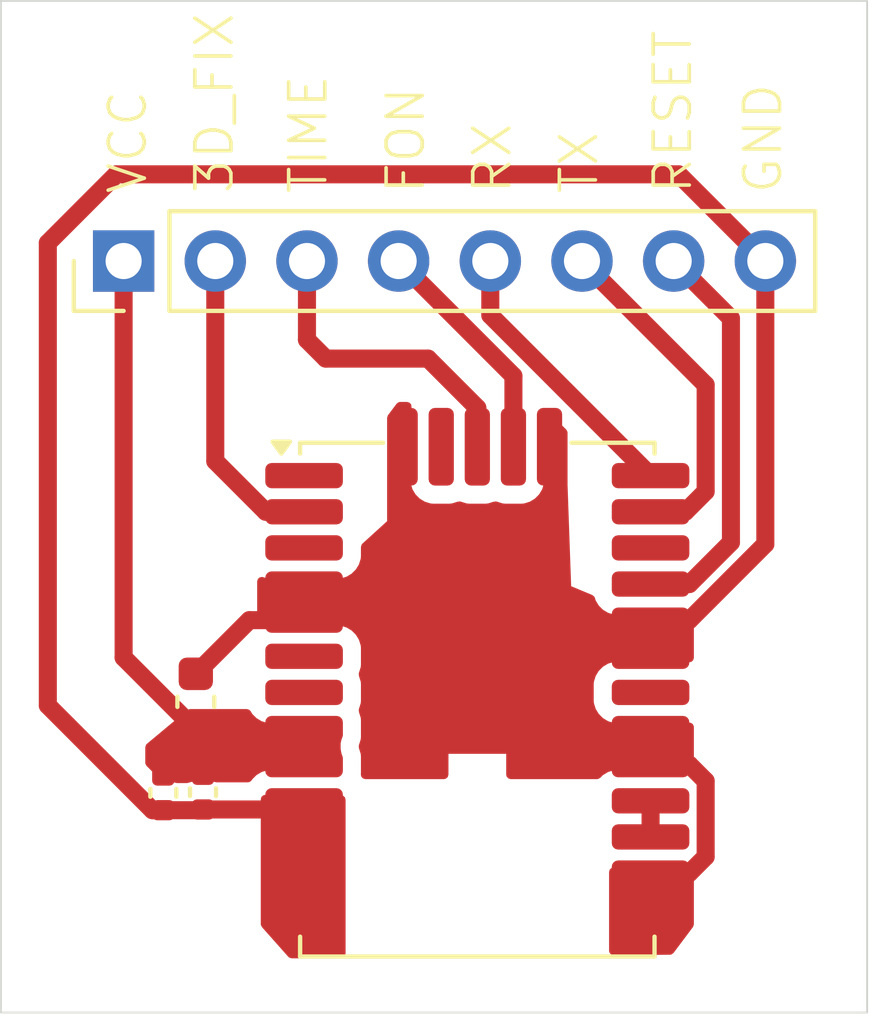
<source format=kicad_pcb>
(kicad_pcb (version 20241229) (generator "pcbnew") (generator_version "9.0")
  (layers (0 "F.Cu" signal) (2 "B.Cu" signal) (13 "F.Paste" user) (15 "B.Paste" user) (5 "F.SilkS" user "F.Silkscreen") (7 "B.SilkS" user "B.Silkscreen") (1 "F.Mask" user) (3 "B.Mask" user) (25 "Edge.Cuts" user))
  (net 0 "")
  (net 1 "GND")
  (net 2 "+3.3V")
  (net 3 "/GPS_FON")
  (net 4 "/GPS_TX")
  (net 5 "/{slash}RESET")
  (net 6 "/3D_FIX")
  (net 7 "/GPS_RX")
  (net 8 "/TIMEPULSE")
  (net 9 "Net-(U5-RF_IN)")
  (footprint "Capacitor_SMD:C_0402_1005Metric" (layer "F.Cu") (at 128.5 54.92 -90)
    (property "Reference" "C23" (hide yes))
    (property "Value" "1uF")
    (fp_line (start -0.107836 0.36) (end 0.107836 0.36) (stroke (width 0.12)) (layer "F.SilkS"))
    (fp_line (start -0.107836 -0.36) (end 0.107836 -0.36) (stroke (width 0.12)) (layer "F.SilkS"))
    (pad "1" smd roundrect (at -0.48 0 270) (size 0.56 0.62) (layers "F.Cu" "F.Mask" "F.Paste") (net 2 "+3.3V"))
    (pad "2" smd roundrect (at 0.48 0 270) (size 0.56 0.62) (layers "F.Cu" "F.Mask" "F.Paste") (net 1 "GND"))
  )
  (footprint "Capacitor_SMD:C_0402_1005Metric" (layer "F.Cu") (at 129.6 54.9 -90)
    (property "Reference" "C21" (hide yes))
    (property "Value" "0.1uF")
    (fp_line (start -0.107836 0.36) (end 0.107836 0.36) (stroke (width 0.12)) (layer "F.SilkS"))
    (fp_line (start -0.107836 -0.36) (end 0.107836 -0.36) (stroke (width 0.12)) (layer "F.SilkS"))
    (pad "1" smd roundrect (at -0.48 0 270) (size 0.56 0.62) (layers "F.Cu" "F.Mask" "F.Paste") (net 2 "+3.3V"))
    (pad "2" smd roundrect (at 0.48 0 270) (size 0.56 0.62) (layers "F.Cu" "F.Mask" "F.Paste") (net 1 "GND"))
  )
  (footprint "RF_GPS:Quectel_L96" (layer "F.Cu") (at 137.2 52.34)
    (property "Reference" "U5" (hide yes))
    (property "Value" "L96-M33")
    (fp_line (start -4.91 -7.11) (end -2.61 -7.11) (stroke (width 0.12)) (layer "F.SilkS"))
    (fp_line (start -4.91 -6.81) (end -4.91 -7.11) (stroke (width 0.12)) (layer "F.SilkS"))
    (fp_line (start -4.91 7.11) (end -4.91 6.56) (stroke (width 0.12)) (layer "F.SilkS"))
    (fp_line (start 2.61 -7.11) (end 4.91 -7.11) (stroke (width 0.12)) (layer "F.SilkS"))
    (fp_line (start 4.91 -7.11) (end 4.91 -6.81) (stroke (width 0.12)) (layer "F.SilkS"))
    (fp_line (start 4.91 7.11) (end -4.91 7.11) (stroke (width 0.12)) (layer "F.SilkS"))
    (fp_line (start 4.91 7.11) (end 4.91 6.56) (stroke (width 0.12)) (layer "F.SilkS"))
    (fp_poly (pts (xy -5.43 -6.81) (xy -5.67 -7.14) (xy -5.19 -7.14) (xy -5.43 -6.81)) (stroke (width 0.12)) (fill yes) (layer "F.SilkS"))
    (pad "1" smd roundrect (at -4.8 -6.2) (size 2.15 0.7) (layers "F.Cu" "F.Mask" "F.Paste"))
    (pad "2" smd roundrect (at -4.8 -5.2) (size 2.15 0.7) (layers "F.Cu" "F.Mask" "F.Paste") (net 6 "/3D_FIX"))
    (pad "3" smd roundrect (at -4.8 -4.2) (size 2.15 0.7) (layers "F.Cu" "F.Mask" "F.Paste"))
    (pad "4" smd roundrect (at -4.8 -3.2) (size 2.15 0.7) (layers "F.Cu" "F.Mask" "F.Paste") (net 1 "GND"))
    (pad "5" smd roundrect (at -4.8 -2.2) (size 2.15 0.7) (layers "F.Cu" "F.Mask" "F.Paste") (net 1 "GND"))
    (pad "6" smd roundrect (at -4.8 -1.2) (size 2.15 0.7) (layers "F.Cu" "F.Mask" "F.Paste"))
    (pad "7" smd roundrect (at -4.8 -0.2) (size 2.15 0.7) (layers "F.Cu" "F.Mask" "F.Paste"))
    (pad "8" smd roundrect (at -4.8 0.8) (size 2.15 0.7) (layers "F.Cu" "F.Mask" "F.Paste") (net 2 "+3.3V"))
    (pad "9" smd roundrect (at -4.8 1.8) (size 2.15 0.7) (layers "F.Cu" "F.Mask" "F.Paste") (net 2 "+3.3V"))
    (pad "10" smd roundrect (at -4.8 2.8) (size 2.15 0.7) (layers "F.Cu" "F.Mask" "F.Paste") (net 1 "GND"))
    (pad "11" smd roundrect (at -4.8 3.8) (size 2.15 0.7) (layers "F.Cu" "F.Mask" "F.Paste") (net 1 "GND"))
    (pad "12" smd roundrect (at -4.8 4.8) (size 2.15 0.7) (layers "F.Cu" "F.Mask" "F.Paste") (net 1 "GND"))
    (pad "13" smd roundrect (at -4.8 5.95) (size 2.15 0.7) (layers "F.Cu" "F.Mask" "F.Paste") (net 1 "GND"))
    (pad "14" smd roundrect (at 4.8 5.95) (size 2.15 0.7) (layers "F.Cu" "F.Mask" "F.Paste") (net 1 "GND"))
    (pad "15" smd roundrect (at 4.8 4.8) (size 2.15 0.7) (layers "F.Cu" "F.Mask" "F.Paste") (net 1 "GND"))
    (pad "16" smd roundrect (at 4.8 3.8) (size 2.15 0.7) (layers "F.Cu" "F.Mask" "F.Paste") (net 9 "Net-(U5-RF_IN)"))
    (pad "17" smd roundrect (at 4.8 2.8) (size 2.15 0.7) (layers "F.Cu" "F.Mask" "F.Paste") (net 9 "Net-(U5-RF_IN)"))
    (pad "18" smd roundrect (at 4.8 1.8) (size 2.15 0.7) (layers "F.Cu" "F.Mask" "F.Paste") (net 1 "GND"))
    (pad "19" smd roundrect (at 4.8 0.8) (size 2.15 0.7) (layers "F.Cu" "F.Mask" "F.Paste") (net 1 "GND"))
    (pad "20" smd roundrect (at 4.8 -0.2) (size 2.15 0.7) (layers "F.Cu" "F.Mask" "F.Paste"))
    (pad "21" smd roundrect (at 4.8 -1.2) (size 2.15 0.7) (layers "F.Cu" "F.Mask" "F.Paste") (net 1 "GND"))
    (pad "22" smd roundrect (at 4.8 -2.2) (size 2.15 0.7) (layers "F.Cu" "F.Mask" "F.Paste") (net 1 "GND"))
    (pad "23" smd roundrect (at 4.8 -3.2) (size 2.15 0.7) (layers "F.Cu" "F.Mask" "F.Paste") (net 5 "/{slash}RESET"))
    (pad "24" smd roundrect (at 4.8 -4.2) (size 2.15 0.7) (layers "F.Cu" "F.Mask" "F.Paste"))
    (pad "25" smd roundrect (at 4.8 -5.2) (size 2.15 0.7) (layers "F.Cu" "F.Mask" "F.Paste") (net 4 "/GPS_TX"))
    (pad "26" smd roundrect (at 4.8 -6.2) (size 2.15 0.7) (layers "F.Cu" "F.Mask" "F.Paste") (net 7 "/GPS_RX"))
    (pad "27" smd roundrect (at 2 -7 90) (size 2.15 0.7) (layers "F.Cu" "F.Mask" "F.Paste") (net 1 "GND"))
    (pad "28" smd roundrect (at 1 -7 90) (size 2.15 0.7) (layers "F.Cu" "F.Mask" "F.Paste") (net 3 "/GPS_FON"))
    (pad "29" smd roundrect (at 0 -7 90) (size 2.15 0.7) (layers "F.Cu" "F.Mask" "F.Paste") (net 8 "/TIMEPULSE"))
    (pad "30" smd roundrect (at -1 -7 90) (size 2.15 0.7) (layers "F.Cu" "F.Mask" "F.Paste"))
    (pad "31" smd roundrect (at -2 -7 90) (size 2.15 0.7) (layers "F.Cu" "F.Mask" "F.Paste") (net 1 "GND"))
    (zone (net 0) (net_name "") (layers "F.Cu" "B.Cu" "F.CrtYd") (connect_pads (clearance 0)) (min_thickness 0.254)
      (keepout (tracks not_allowed) (vias not_allowed) (pads not_allowed) (copperpour not_allowed) (footprints not_allowed))
      (fill (thermal_gap 0.508) (thermal_bridge_width 0.508))
      (polygon (pts (xy 133.55 59.34) (xy 133.55 54.54) (xy 136.4 54.54) (xy 136.4 53.84) (xy 138 53.84) (xy 138 54.54) (xy 140.85 54.54) (xy 140.85 59.34)))
    )
  )
  (footprint "Connector_PinHeader_2.54mm:PinHeader_1x08_P2.54mm_Vertical" (layer "F.Cu") (at 127.4 40.2 90)
    (property "Reference" "J1" (hide yes))
    (property "Value" "Conn_01x08_Pin")
    (fp_line (start -1.38 -1.38) (end 0 -1.38) (stroke (width 0.12)) (layer "F.SilkS"))
    (fp_line (start -1.38 0) (end -1.38 -1.38) (stroke (width 0.12)) (layer "F.SilkS"))
    (fp_line (start 1.38 1.27) (end 1.38 19.16) (stroke (width 0.12)) (layer "F.SilkS"))
    (fp_line (start -1.38 1.27) (end 1.38 1.27) (stroke (width 0.12)) (layer "F.SilkS"))
    (fp_line (start -1.38 1.27) (end -1.38 19.16) (stroke (width 0.12)) (layer "F.SilkS"))
    (fp_line (start -1.38 19.16) (end 1.38 19.16) (stroke (width 0.12)) (layer "F.SilkS"))
    (pad "1" thru_hole rect (at 0 0 90) (size 1.7 1.7) (drill 1) (layers "*.Cu" "*.Mask") (net 2 "+3.3V"))
    (pad "2" thru_hole circle (at 0 2.54 90) (size 1.7 1.7) (drill 1) (layers "*.Cu" "*.Mask") (net 6 "/3D_FIX"))
    (pad "3" thru_hole circle (at 0 5.08 90) (size 1.7 1.7) (drill 1) (layers "*.Cu" "*.Mask") (net 8 "/TIMEPULSE"))
    (pad "4" thru_hole circle (at 0 7.62 90) (size 1.7 1.7) (drill 1) (layers "*.Cu" "*.Mask") (net 3 "/GPS_FON"))
    (pad "5" thru_hole circle (at 0 10.16 90) (size 1.7 1.7) (drill 1) (layers "*.Cu" "*.Mask") (net 7 "/GPS_RX"))
    (pad "6" thru_hole circle (at 0 12.7 90) (size 1.7 1.7) (drill 1) (layers "*.Cu" "*.Mask") (net 4 "/GPS_TX"))
    (pad "7" thru_hole circle (at 0 15.24 90) (size 1.7 1.7) (drill 1) (layers "*.Cu" "*.Mask") (net 5 "/{slash}RESET"))
    (pad "8" thru_hole circle (at 0 17.78 90) (size 1.7 1.7) (drill 1) (layers "*.Cu" "*.Mask") (net 1 "GND"))
  )
  (footprint "Capacitor_SMD:C_0603_1608Metric" (layer "F.Cu") (at 129.4 52.4 90)
    (property "Reference" "C22" (hide yes))
    (property "Value" "10uF")
    (fp_line (start -0.14058 -0.51) (end 0.14058 -0.51) (stroke (width 0.12)) (layer "F.SilkS"))
    (fp_line (start -0.14058 0.51) (end 0.14058 0.51) (stroke (width 0.12)) (layer "F.SilkS"))
    (pad "1" smd roundrect (at -0.775 0 90) (size 0.9 0.95) (layers "F.Cu" "F.Mask" "F.Paste") (net 2 "+3.3V"))
    (pad "2" smd roundrect (at 0.775 0 90) (size 0.9 0.95) (layers "F.Cu" "F.Mask" "F.Paste") (net 1 "GND"))
  )
  (gr_rect (start 124 33) (end 148 61) (stroke (width 0.05)) (fill no) (layer "Edge.Cuts"))
  (gr_text "3D_FIX" (at 130.5 38.4 90) (layer "F.SilkS") (effects (font (size 1 1) (thickness 0.1)) (justify left bottom)))
  (gr_text "VCC" (at 128.1 38.4 90) (layer "F.SilkS") (effects (font (size 1 1) (thickness 0.1)) (justify left bottom)))
  (gr_text "FON" (at 135.8 38.4 90) (layer "F.SilkS") (effects (font (size 1 1) (thickness 0.1)) (justify left bottom)))
  (gr_text "RESET" (at 143.2 38.4 90) (layer "F.SilkS") (effects (font (size 1 1) (thickness 0.1)) (justify left bottom)))
  (gr_text "TX" (at 140.6 38.4 90) (layer "F.SilkS") (effects (font (size 1 1) (thickness 0.1)) (justify left bottom)))
  (gr_text "TIME" (at 133.1 38.4 90) (layer "F.SilkS") (effects (font (size 1 1) (thickness 0.1)) (justify left bottom)))
  (gr_text "GND" (at 145.7 38.4 90) (layer "F.SilkS") (effects (font (size 1 1) (thickness 0.1)) (justify left bottom)))
  (gr_text "RX" (at 138.2 38.4 90) (layer "F.SilkS") (effects (font (size 1 1) (thickness 0.1)) (justify left bottom)))
  (segment (start 143.075 50.14) (end 145.18 48.035) (width 0.5) (layer "F.Cu") (net 1))
  (segment (start 143.075 54.14) (end 143.526 54.591) (width 0.5) (layer "F.Cu") (net 1))
  (segment (start 143.075 57.14) (end 142 57.14) (width 0.5) (layer "F.Cu") (net 1))
  (segment (start 130.885 50.14) (end 129.4 51.625) (width 0.5) (layer "F.Cu") (net 1))
  (segment (start 128.5 55.4) (end 128.2 55.4) (width 0.5) (layer "F.Cu") (net 1))
  (segment (start 125.3 39.7) (end 127.2 37.8) (width 0.5) (layer "F.Cu") (net 1))
  (segment (start 142 50.14) (end 143.075 50.14) (width 0.5) (layer "F.Cu") (net 1))
  (segment (start 128.5 55.4) (end 129.58 55.4) (width 0.5) (layer "F.Cu") (net 1))
  (segment (start 128.2 55.4) (end 125.3 52.5) (width 0.5) (layer "F.Cu") (net 1))
  (segment (start 132.4 50.14) (end 130.885 50.14) (width 0.5) (layer "F.Cu") (net 1))
  (segment (start 129.58 55.4) (end 129.6 55.38) (width 0.5) (layer "F.Cu") (net 1))
  (segment (start 142.78 37.8) (end 145.18 40.2) (width 0.5) (layer "F.Cu") (net 1))
  (segment (start 142 54.14) (end 143.075 54.14) (width 0.5) (layer "F.Cu") (net 1))
  (segment (start 143.526 56.689) (end 143.075 57.14) (width 0.5) (layer "F.Cu") (net 1))
  (segment (start 145.18 48.035) (end 145.18 40.2) (width 0.5) (layer "F.Cu") (net 1))
  (segment (start 125.3 52.5) (end 125.3 39.7) (width 0.5) (layer "F.Cu") (net 1))
  (segment (start 127.2 37.8) (end 142.78 37.8) (width 0.5) (layer "F.Cu") (net 1))
  (segment (start 143.526 54.591) (end 143.526 56.689) (width 0.5) (layer "F.Cu") (net 1))
  (segment (start 132.16 55.38) (end 129.6 55.38) (width 0.5) (layer "F.Cu") (net 1))
  (segment (start 132.4 55.14) (end 132.16 55.38) (width 0.5) (layer "F.Cu") (net 1))
  (segment (start 127.4 51.175) (end 129.4 53.175) (width 0.5) (layer "F.Cu") (net 2))
  (segment (start 127.4 40.2) (end 127.4 51.175) (width 0.5) (layer "F.Cu") (net 2))
  (segment (start 138.2 45.34) (end 138.2 43.38) (width 0.5) (layer "F.Cu") (net 3))
  (segment (start 138.2 43.38) (end 135.02 40.2) (width 0.5) (layer "F.Cu") (net 3))
  (segment (start 143.526 46.579146) (end 143.526 43.626) (width 0.5) (layer "F.Cu") (net 4))
  (segment (start 143.526 43.626) (end 140.1 40.2) (width 0.5) (layer "F.Cu") (net 4))
  (segment (start 142 47.14) (end 142.965146 47.14) (width 0.5) (layer "F.Cu") (net 4))
  (segment (start 142.965146 47.14) (end 143.526 46.579146) (width 0.5) (layer "F.Cu") (net 4))
  (segment (start 143.075 49.14) (end 144.227 47.988) (width 0.5) (layer "F.Cu") (net 5))
  (segment (start 144.227 47.988) (end 144.227 41.787) (width 0.5) (layer "F.Cu") (net 5))
  (segment (start 142 49.14) (end 143.075 49.14) (width 0.5) (layer "F.Cu") (net 5))
  (segment (start 144.227 41.787) (end 142.64 40.2) (width 0.5) (layer "F.Cu") (net 5))
  (segment (start 129.94 45.74) (end 129.94 40.2) (width 0.5) (layer "F.Cu") (net 6))
  (segment (start 132.4 47.14) (end 131.34 47.14) (width 0.5) (layer "F.Cu") (net 6))
  (segment (start 131.34 47.14) (end 129.94 45.74) (width 0.5) (layer "F.Cu") (net 6))
  (segment (start 142 46.14) (end 137.56 41.7) (width 0.5) (layer "F.Cu") (net 7))
  (segment (start 137.56 41.7) (end 137.56 40.2) (width 0.5) (layer "F.Cu") (net 7))
  (segment (start 133 42.9) (end 135.835 42.9) (width 0.5) (layer "F.Cu") (net 8))
  (segment (start 132.48 42.38) (end 133 42.9) (width 0.5) (layer "F.Cu") (net 8))
  (segment (start 132.48 40.2) (end 132.48 42.38) (width 0.5) (layer "F.Cu") (net 8))
  (segment (start 137.2 44.265) (end 137.2 45.34) (width 0.5) (layer "F.Cu") (net 8))
  (segment (start 135.835 42.9) (end 137.2 44.265) (width 0.5) (layer "F.Cu") (net 8))
  (segment (start 142 56.14) (end 142 55.14) (width 0.5) (layer "F.Cu") (net 9))
  (zone (net 2) (net_name "+3.3V") (layer "F.Cu") (connect_pads yes (clearance 0.5)) (min_thickness 0.25) (fill yes (thermal_gap 0.5) (thermal_bridge_width 0.5))
    (polygon (pts (xy 129.2 52.6) (xy 133.3 52.6) (xy 133.6 52.9) (xy 133.6 54.3) (xy 133.3 54.7) (xy 130.9 54.7) (xy 130.4 54.9) (xy 128.5 54.92) (xy 128 54.6) (xy 128 53.6)))
  )
  (zone (net 1) (net_name "GND") (layer "F.Cu") (priority 1) (connect_pads yes (clearance 0.5)) (min_thickness 0.25) (fill yes (thermal_gap 0.5) (thermal_bridge_width 0.5))
    (polygon (pts (xy 135 44.1) (xy 135.4 44.1) (xy 135.7 44.3) (xy 135.7 46.3) (xy 135.9 46.6) (xy 138.4 46.6) (xy 138.7 46.3) (xy 138.7 44.4) (xy 139 44.1) (xy 139.4 44.1) (xy 139.7 44.4) (xy 139.7 46.4) (xy 139.8 49.2) (xy 141 49.7) (xy 143 49.7) (xy 143.2 49.9) (xy 143.2 51.4) (xy 143 51.6) (xy 141.1 51.6) (xy 140.8 51.9) (xy 140.8 52.4) (xy 141.1 52.7) (xy 143 52.7) (xy 143.2 52.9) (xy 143.2 54.3) (xy 143 54.6) (xy 141.2 54.6) (xy 140.8 54.9) (xy 140.8 56.3) (xy 141 56.6) (xy 142.9 56.6) (xy 143.2 56.8) (xy 143.2 58.6) (xy 142.6 59.4) (xy 132.2 59.5) (xy 132 59.5) (xy 131.2 58.6) (xy 131.2 54.9) (xy 131.4 54.6) (xy 133.3 54.6) (xy 133.8 54.3) (xy 133.8 51) (xy 133.6 50.7) (xy 131.3 50.7) (xy 131.1 50.3) (xy 131.1 49) (xy 131.3 48.7) (xy 133.2 48.7) (xy 133.6 48.4) (xy 134.7 47.4) (xy 134.7 44.5)))
  )
)
</source>
